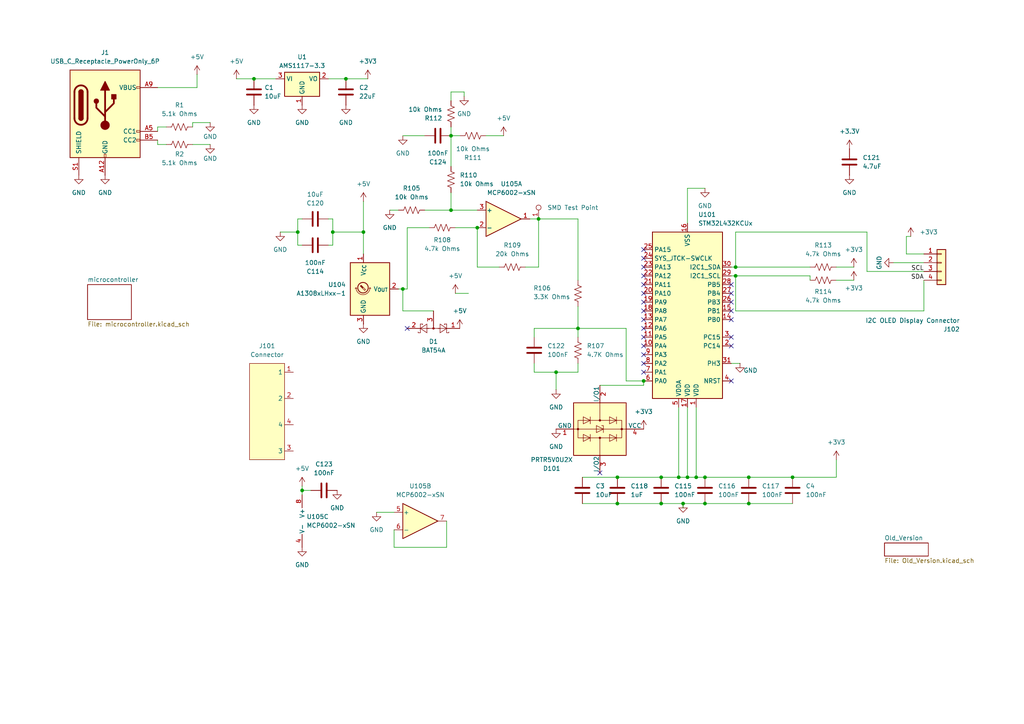
<source format=kicad_sch>
(kicad_sch (version 20250114) (generator "eeschema") (generator_version "9.0")
  (paper "A4")
  (lib_symbols
    (symbol "Amplifier_Operational:MCP6002-xSN" (pin_names (offset 0.127))
      (property "Reference" "U" (at 0 5.08 0))
      (property "Value" "MCP6002-xSN" (at 0 -5.08 0))
      (symbol "MCP6002-xSN_1_1"
        (polyline (pts (xy -5.08 5.08) (xy 5.08 0) (xy -5.08 -5.08) (xy -5.08 5.08)) (stroke (width 0.254)) (fill (type background)))
        (pin input line (at -7.62 2.54 0) (length 2.54) (name "+") (number "3"))
        (pin input line (at -7.62 -2.54 0) (length 2.54) (name "-") (number "2"))
        (pin output line (at 7.62 0 180) (length 2.54) (name "~") (number "1"))
      )
      (symbol "MCP6002-xSN_2_1"
        (polyline (pts (xy -5.08 5.08) (xy 5.08 0) (xy -5.08 -5.08) (xy -5.08 5.08)) (stroke (width 0.254)) (fill (type background)))
        (pin input line (at -7.62 2.54 0) (length 2.54) (name "+") (number "5"))
        (pin input line (at -7.62 -2.54 0) (length 2.54) (name "-") (number "6"))
        (pin output line (at 7.62 0 180) (length 2.54) (name "~") (number "7"))
      )
      (symbol "MCP6002-xSN_3_1"
        (pin power_in line (at -2.54 7.62 270) (length 3.81) (name "V+") (number "8"))
        (pin power_in line (at -2.54 -7.62 90) (length 3.81) (name "V-") (number "4"))
      )
    )
    (symbol "Connector:USB_C_Receptacle_PowerOnly_6P" (pin_names (offset 1.016))
      (property "Reference" "J" (at 0 16.51 0))
      (property "Value" "USB_C_Receptacle_PowerOnly_6P" (at 0 13.97 0))
      (symbol "USB_C_Receptacle_PowerOnly_6P_0_0"
        (rectangle (start -0.254 -12.7) (end 0.254 -11.684))
        (rectangle (start 10.16 7.874) (end 9.144 7.366))
        (rectangle (start 10.16 -4.826) (end 9.144 -5.334))
        (rectangle (start 10.16 -7.366) (end 9.144 -7.874))
      )
      (symbol "USB_C_Receptacle_PowerOnly_6P_0_1"
        (rectangle (start -10.16 12.7) (end 10.16 -12.7) (stroke (width 0.254)) (fill (type background)))
        (polyline (pts (xy -8.89 -1.27) (xy -8.89 6.35)) (stroke (width 0.508)))
        (rectangle (start -7.62 -1.27) (end -6.35 6.35) (stroke (width 0.254)) (fill (type outline)))
        (arc (start -7.62 6.35) (mid -6.985 6.9823) (end -6.35 6.35) (stroke (width 0.254)))
        (arc (start -7.62 6.35) (mid -6.985 6.9823) (end -6.35 6.35) (stroke (width 0.254)) (fill (type outline)))
        (arc (start -8.89 6.35) (mid -6.985 8.2467) (end -5.08 6.35) (stroke (width 0.508)))
        (arc (start -5.08 -1.27) (mid -6.985 -3.1667) (end -8.89 -1.27) (stroke (width 0.508)))
        (arc (start -6.35 -1.27) (mid -6.985 -1.9023) (end -7.62 -1.27) (stroke (width 0.254)))
        (arc (start -6.35 -1.27) (mid -6.985 -1.9023) (end -7.62 -1.27) (stroke (width 0.254)) (fill (type outline)))
        (polyline (pts (xy -5.08 6.35) (xy -5.08 -1.27)) (stroke (width 0.508)))
        (circle (center -2.54 3.683) (radius 0.635) (stroke (width 0.254)) (fill (type outline)))
        (polyline (pts (xy -1.27 6.858) (xy 0 9.398) (xy 1.27 6.858) (xy -1.27 6.858)) (stroke (width 0.254)) (fill (type outline)))
        (polyline (pts (xy 0 0.508) (xy 2.54 3.048) (xy 2.54 4.318)) (stroke (width 0.508)))
        (polyline (pts (xy 0 -0.762) (xy -2.54 1.778) (xy -2.54 3.048)) (stroke (width 0.508)))
        (polyline (pts (xy 0 -3.302) (xy 0 6.858)) (stroke (width 0.508)))
        (circle (center 0 -3.302) (radius 1.27) (fill (type outline)))
        (rectangle (start 1.905 4.318) (end 3.175 5.588) (stroke (width 0.254)) (fill (type outline)))
      )
      (symbol "USB_C_Receptacle_PowerOnly_6P_1_1"
        (pin passive line (at -7.62 -17.78 90) (length 5.08) (name "SHIELD") (number "S1"))
        (pin passive line (at 0 -17.78 90) (length 5.08) (name "GND") (number "A12"))
        (pin passive line (at 0 -17.78 90) (length 5.08) (hide yes) (name "GND") (number "B12"))
        (pin passive line (at 15.24 7.62 180) (length 5.08) (name "VBUS") (number "A9"))
        (pin passive line (at 15.24 7.62 180) (length 5.08) (hide yes) (name "VBUS") (number "B9"))
        (pin bidirectional line (at 15.24 -5.08 180) (length 5.08) (name "CC1") (number "A5"))
        (pin bidirectional line (at 15.24 -7.62 180) (length 5.08) (name "CC2") (number "B5"))
      )
    )
    (symbol "Connector_Generic:Conn_01x04" (pin_names (offset 1.016) (hide yes))
      (property "Reference" "J" (at 0 5.08 0))
      (property "Value" "Conn_01x04" (at 0 -7.62 0))
      (symbol "Conn_01x04_1_1"
        (rectangle (start -1.27 3.81) (end 1.27 -6.35) (stroke (width 0.254)) (fill (type background)))
        (rectangle (start -1.27 2.667) (end 0 2.413) (stroke (width 0.1524)))
        (rectangle (start -1.27 0.127) (end 0 -0.127) (stroke (width 0.1524)))
        (rectangle (start -1.27 -2.413) (end 0 -2.667) (stroke (width 0.1524)))
        (rectangle (start -1.27 -4.953) (end 0 -5.207) (stroke (width 0.1524)))
        (pin passive line (at -5.08 2.54 0) (length 3.81) (name "Pin_1") (number "1"))
        (pin passive line (at -5.08 0 0) (length 3.81) (name "Pin_2") (number "2"))
        (pin passive line (at -5.08 -2.54 0) (length 3.81) (name "Pin_3") (number "3"))
        (pin passive line (at -5.08 -5.08 0) (length 3.81) (name "Pin_4") (number "4"))
      )
    )
    (symbol "Device:C" (pin_numbers (hide yes)) (pin_names (offset 0.254))
      (property "Reference" "C" (at 0.635 2.54 0))
      (property "Value" "C" (at 0.635 -2.54 0))
      (symbol "C_0_1"
        (polyline (pts (xy -2.032 0.762) (xy 2.032 0.762)) (stroke (width 0.508)))
        (polyline (pts (xy -2.032 -0.762) (xy 2.032 -0.762)) (stroke (width 0.508)))
      )
      (symbol "C_1_1"
        (pin passive line (at 0 3.81 270) (length 2.794) (name "~") (number "1"))
        (pin passive line (at 0 -3.81 90) (length 2.794) (name "~") (number "2"))
      )
    )
    (symbol "Device:R_US" (pin_numbers (hide yes)) (pin_names (offset 0))
      (property "Reference" "R" (at 2.54 0 90))
      (property "Value" "R_US" (at -2.54 0 90))
      (symbol "R_US_0_1"
        (polyline (pts (xy 0 2.286) (xy 0 2.54)))
        (polyline (pts (xy 0 2.286) (xy 1.016 1.905) (xy 0 1.524) (xy -1.016 1.143) (xy 0 0.762)))
        (polyline (pts (xy 0 0.762) (xy 1.016 0.381) (xy 0 0) (xy -1.016 -0.381) (xy 0 -0.762)))
        (polyline (pts (xy 0 -0.762) (xy 1.016 -1.143) (xy 0 -1.524) (xy -1.016 -1.905) (xy 0 -2.286)))
        (polyline (pts (xy 0 -2.286) (xy 0 -2.54)))
      )
      (symbol "R_US_1_1"
        (pin passive line (at 0 3.81 270) (length 1.27) (name "~") (number "1"))
        (pin passive line (at 0 -3.81 90) (length 1.27) (name "~") (number "2"))
      )
    )
    (symbol "Diode:BAT54A" (pin_names (offset 1.016))
      (property "Reference" "D" (at 0.635 -3.81 0))
      (property "Value" "BAT54A" (at -6.35 3.175 0))
      (symbol "BAT54A_0_1"
        (polyline (pts (xy -4.445 1.27) (xy -4.445 1.016)))
        (polyline (pts (xy -3.81 1.27) (xy -4.445 1.27)))
        (polyline (pts (xy -3.81 0) (xy -1.27 0)))
        (polyline (pts (xy -3.81 -1.27) (xy -3.81 1.27)))
        (polyline (pts (xy -3.81 -1.27) (xy -3.175 -1.27)))
        (polyline (pts (xy -3.175 -1.27) (xy -3.175 -1.016)))
        (polyline (pts (xy -1.905 1.27) (xy -1.905 -1.27) (xy -3.81 0) (xy -1.905 1.27)))
        (polyline (pts (xy -1.905 0) (xy 1.905 0)))
        (circle (center 0 0) (radius 0.254) (fill (type outline)))
        (polyline (pts (xy 1.27 0) (xy 3.81 0)))
        (polyline (pts (xy 1.905 1.27) (xy 1.905 -1.27) (xy 3.81 0) (xy 1.905 1.27)))
        (polyline (pts (xy 3.175 -1.27) (xy 3.175 -1.016)))
        (polyline (pts (xy 3.81 1.27) (xy 4.445 1.27)))
        (polyline (pts (xy 3.81 -1.27) (xy 3.175 -1.27)))
        (polyline (pts (xy 3.81 -1.27) (xy 3.81 1.27)))
        (polyline (pts (xy 4.445 1.27) (xy 4.445 1.016)))
      )
      (symbol "BAT54A_1_1"
        (pin passive line (at -7.62 0 0) (length 3.81) (name "~") (number "1"))
        (pin passive line (at 0 -5.08 90) (length 5.08) (name "~") (number "3"))
        (pin passive line (at 7.62 0 180) (length 3.81) (name "~") (number "2"))
      )
    )
    (symbol "MCU_ST_STM32L4:STM32L432KCUx"
      (property "Reference" "U" (at -10.16 26.67 0))
      (property "Value" "STM32L432KCUx" (at 5.08 26.67 0))
      (symbol "STM32L432KCUx_0_1"
        (rectangle (start -10.16 -22.86) (end 10.16 25.4) (stroke (width 0.254)) (fill (type background)))
      )
      (symbol "STM32L432KCUx_1_1"
        (pin input line (at -12.7 20.32 0) (length 2.54) (name "NRST") (number "4"))
        (pin bidirectional line (at -12.7 15.24 0) (length 2.54) (name "PH3") (number "31"))
        (pin bidirectional line (at -12.7 10.16 0) (length 2.54) (name "PC14") (number "2"))
        (pin bidirectional line (at -12.7 7.62 0) (length 2.54) (name "PC15") (number "3"))
        (pin bidirectional line (at -12.7 2.54 0) (length 2.54) (name "PB0") (number "14"))
        (pin bidirectional line (at -12.7 0 0) (length 2.54) (name "PB1") (number "15"))
        (pin bidirectional line (at -12.7 -2.54 0) (length 2.54) (name "PB3") (number "26"))
        (pin bidirectional line (at -12.7 -5.08 0) (length 2.54) (name "PB4") (number "27"))
        (pin bidirectional line (at -12.7 -7.62 0) (length 2.54) (name "PB5") (number "28"))
        (pin bidirectional line (at -12.7 -10.16 0) (length 2.54) (name "PB6") (number "29") (alternate "I2C1_SCL" bidirectional line))
        (pin bidirectional line (at -12.7 -12.7 0) (length 2.54) (name "PB7") (number "30") (alternate "I2C1_SDA" bidirectional line))
        (pin power_in line (at -2.54 27.94 270) (length 2.54) (name "VDD") (number "1"))
        (pin power_in line (at 0 27.94 270) (length 2.54) (name "VDD") (number "17"))
        (pin power_in line (at 0 -25.4 90) (length 2.54) (name "VSS") (number "16"))
        (pin passive line (at 0 -25.4 90) (length 2.54) (hide yes) (name "VSS") (number "32"))
        (pin passive line (at 0 -25.4 90) (length 2.54) (hide yes) (name "VSS") (number "33"))
        (pin power_in line (at 2.54 27.94 270) (length 2.54) (name "VDDA") (number "5"))
        (pin bidirectional line (at 12.7 20.32 180) (length 2.54) (name "PA0") (number "6"))
        (pin bidirectional line (at 12.7 17.78 180) (length 2.54) (name "PA1") (number "7"))
        (pin bidirectional line (at 12.7 15.24 180) (length 2.54) (name "PA2") (number "8"))
        (pin bidirectional line (at 12.7 12.7 180) (length 2.54) (name "PA3") (number "9"))
        (pin bidirectional line (at 12.7 10.16 180) (length 2.54) (name "PA4") (number "10"))
        (pin bidirectional line (at 12.7 7.62 180) (length 2.54) (name "PA5") (number "11"))
        (pin bidirectional line (at 12.7 5.08 180) (length 2.54) (name "PA6") (number "12"))
        (pin bidirectional line (at 12.7 2.54 180) (length 2.54) (name "PA7") (number "13"))
        (pin bidirectional line (at 12.7 0 180) (length 2.54) (name "PA8") (number "18"))
        (pin bidirectional line (at 12.7 -2.54 180) (length 2.54) (name "PA9") (number "19") (alternate "I2C1_SCL" bidirectional line))
        (pin bidirectional line (at 12.7 -5.08 180) (length 2.54) (name "PA10") (number "20") (alternate "I2C1_SDA" bidirectional line))
        (pin bidirectional line (at 12.7 -7.62 180) (length 2.54) (name "PA11") (number "21"))
        (pin bidirectional line (at 12.7 -10.16 180) (length 2.54) (name "PA12") (number "22"))
        (pin bidirectional line (at 12.7 -12.7 180) (length 2.54) (name "PA13") (number "23"))
        (pin bidirectional line (at 12.7 -15.24 180) (length 2.54) (name "PA14") (number "24") (alternate "SYS_JTCK-SWCLK" bidirectional line))
        (pin bidirectional line (at 12.7 -17.78 180) (length 2.54) (name "PA15") (number "25"))
      )
    )
    (symbol "Power_Protection:PRTR5V0U2X" (pin_names (offset 0))
      (property "Reference" "D" (at 2.794 8.636 0))
      (property "Value" "PRTR5V0U2X" (at 8.128 -9.398 0))
      (symbol "PRTR5V0U2X_0_1"
        (rectangle (start -7.62 -7.62) (end 7.62 7.62) (stroke (width 0.254)) (fill (type background)))
        (polyline (pts (xy -3.556 2.794) (xy -1.524 2.794) (xy -2.54 4.826) (xy -3.556 2.794)))
        (polyline (pts (xy -3.556 -4.826) (xy -1.524 -4.826) (xy -2.54 -2.794) (xy -3.556 -4.826)))
        (rectangle (start -2.54 6.35) (end 2.54 -6.35))
        (circle (center -2.54 0) (radius 0.254) (fill (type outline)))
        (polyline (pts (xy -2.54 0) (xy -7.62 0)))
        (polyline (pts (xy -1.524 4.826) (xy -3.556 4.826)))
        (polyline (pts (xy -1.524 -2.794) (xy -3.556 -2.794)))
        (polyline (pts (xy -1.016 -1.016) (xy 1.016 -1.016) (xy 0 1.016) (xy -1.016 -1.016)))
        (circle (center 0 6.35) (radius 0.254) (fill (type outline)))
        (circle (center 0 -6.35) (radius 0.254) (fill (type outline)))
        (polyline (pts (xy 0 -7.62) (xy 0 7.62)))
        (polyline (pts (xy 1.016 1.016) (xy -1.016 1.016) (xy -1.016 0.508)))
        (polyline (pts (xy 1.524 4.826) (xy 3.556 4.826)))
        (polyline (pts (xy 1.524 -2.794) (xy 3.556 -2.794)))
        (polyline (pts (xy 2.54 0) (xy 7.62 0)))
        (circle (center 2.54 0) (radius 0.254) (fill (type outline)))
        (polyline (pts (xy 3.556 2.794) (xy 1.524 2.794) (xy 2.54 4.826) (xy 3.556 2.794)))
        (polyline (pts (xy 3.556 -4.826) (xy 1.524 -4.826) (xy 2.54 -2.794) (xy 3.556 -4.826)))
      )
      (symbol "PRTR5V0U2X_1_1"
        (pin passive line (at -12.7 0 0) (length 5.08) (name "I/O1") (number "2"))
        (pin passive line (at 0 12.7 270) (length 5.08) (name "VCC") (number "4"))
        (pin passive line (at 0 -12.7 90) (length 5.08) (name "GND") (number "1"))
        (pin passive line (at 12.7 0 180) (length 5.08) (name "I/O2") (number "3"))
      )
    )
    (symbol "Regulator_Linear:AMS1117-3.3"
      (property "Reference" "U" (at -3.81 3.175 0))
      (property "Value" "AMS1117-3.3" (at 0 3.175 0))
      (symbol "AMS1117-3.3_0_1"
        (rectangle (start -5.08 -5.08) (end 5.08 1.905) (stroke (width 0.254)) (fill (type background)))
      )
      (symbol "AMS1117-3.3_1_1"
        (pin power_in line (at -7.62 0 0) (length 2.54) (name "VI") (number "3"))
        (pin power_in line (at 0 -7.62 90) (length 2.54) (name "GND") (number "1"))
        (pin power_out line (at 7.62 0 180) (length 2.54) (name "VO") (number "2"))
      )
    )
    (symbol "Sensor_Magnetic:A1308xLHxx-1"
      (property "Reference" "U" (at 0 11.43 0))
      (property "Value" "A1308xLHxx-1" (at 0 8.89 0))
      (symbol "A1308xLHxx-1_0_1"
        (rectangle (start -6.35 7.62) (end 5.08 -7.62) (stroke (width 0.254)) (fill (type background)))
        (polyline (pts (xy -4.699 0.381) (xy -4.953 0.127)))
        (polyline (pts (xy -4.699 0.381) (xy -4.445 0.127)))
        (polyline (pts (xy -3.4544 0.8382) (xy -2.8702 0.254) (xy -2.6162 0.508) (xy -3.2004 1.0922) (xy -3.4544 0.8382)) (fill (type outline)))
        (arc (start -0.635 0.381) (mid -2.667 -1.651) (end -4.699 0.381))
        (polyline (pts (xy -0.635 0.381) (xy -0.889 0.127)))
        (polyline (pts (xy -0.635 0.381) (xy -0.381 0.127)))
      )
      (symbol "A1308xLHxx-1_1_1"
        (circle (center -2.667 0.381) (radius 1.524) (stroke (width 0.254)))
        (polyline (pts (xy -2.6162 0.508) (xy -1.9304 -0.1778) (xy -2.1844 -0.4318) (xy -2.8702 0.254)))
        (pin power_in line (at -2.54 10.16 270) (length 2.54) (name "V_{CC}") (number "1"))
        (pin power_in line (at -2.54 -10.16 90) (length 2.54) (name "GND") (number "3"))
        (pin output line (at 7.62 0 180) (length 2.54) (name "V_{OUT}") (number "2"))
      )
    )
    (symbol "bfr_connectors:DAQ_Connector"
      (property "Reference" "J" (at 0 17.78 0))
      (property "Value" "Connector" (at 0 15.24 0))
      (symbol "DAQ_Connector_1_1"
        (rectangle (start -5.08 13.97) (end 5.08 -13.97) (fill (type background)))
        (pin passive line (at 7.62 11.43 180) (length 2.54) (name "1") (number "1"))
        (pin passive line (at 7.62 3.81 180) (length 2.54) (name "2") (number "2"))
        (pin passive line (at 7.62 -3.81 180) (length 2.54) (name "4") (number "4"))
        (pin passive line (at 7.62 -11.43 180) (length 2.54) (name "3") (number "3"))
      )
    )
    (symbol "bfr_utilities:SMD_Test_Point"
      (property "Value" "SMD Test Point" (at 0.508 2.54 0))
      (symbol "SMD_Test_Point_0_1"
        (circle (center 0 0.762) (radius 0.7184))
      )
      (symbol "SMD_Test_Point_1_1"
        (pin passive line (at 0 -2.54 90) (length 2.54) (name "") (number "1"))
      )
    )
    (symbol "power:+3.3V" (power) (pin_numbers (hide yes)) (pin_names (offset 0) (hide yes))
      (property "Value" "+3.3V" (at 0 3.556 0))
      (symbol "+3.3V_0_1"
        (polyline (pts (xy -0.762 1.27) (xy 0 2.54)))
        (polyline (pts (xy 0 2.54) (xy 0.762 1.27)))
        (polyline (pts (xy 0 0) (xy 0 2.54)))
      )
      (symbol "+3.3V_1_1"
        (pin power_in line (at 0 0 90) (length 0) (name "~") (number "1"))
      )
    )
    (symbol "power:+3V3" (power) (pin_numbers (hide yes)) (pin_names (offset 0) (hide yes))
      (property "Value" "+3V3" (at 0 3.556 0))
      (symbol "+3V3_0_1"
        (polyline (pts (xy -0.762 1.27) (xy 0 2.54)))
        (polyline (pts (xy 0 2.54) (xy 0.762 1.27)))
        (polyline (pts (xy 0 0) (xy 0 2.54)))
      )
      (symbol "+3V3_1_1"
        (pin power_in line (at 0 0 90) (length 0) (name "~") (number "1"))
      )
    )
    (symbol "power:+5V" (power) (pin_numbers (hide yes)) (pin_names (offset 0) (hide yes))
      (property "Value" "+5V" (at 0 3.556 0))
      (symbol "+5V_0_1"
        (polyline (pts (xy -0.762 1.27) (xy 0 2.54)))
        (polyline (pts (xy 0 2.54) (xy 0.762 1.27)))
        (polyline (pts (xy 0 0) (xy 0 2.54)))
      )
      (symbol "+5V_1_1"
        (pin power_in line (at 0 0 90) (length 0) (name "~") (number "1"))
      )
    )
    (symbol "power:GND" (power) (pin_numbers (hide yes)) (pin_names (offset 0) (hide yes))
      (property "Value" "GND" (at 0 -3.81 0))
      (symbol "GND_0_1"
        (polyline (pts (xy 0 0) (xy 0 -1.27) (xy 1.27 -1.27) (xy 0 -2.54) (xy -1.27 -1.27) (xy 0 -1.27)))
      )
      (symbol "GND_1_1"
        (pin power_in line (at 0 0 270) (length 0) (name "~") (number "1"))
      )
    )
  )
  (junction (at 217.17 146.05))
  (junction (at 161.29 107.95))
  (junction (at 86.36 67.31))
  (junction (at 213.36 80.01))
  (junction (at 191.77 146.05))
  (junction (at 73.66 22.86))
  (junction (at 96.52 67.31))
  (junction (at 201.93 138.43))
  (junction (at 130.81 60.96))
  (junction (at 196.85 138.43))
  (junction (at 105.41 67.31))
  (junction (at 191.77 138.43))
  (junction (at 198.12 146.05))
  (junction (at 204.47 138.43))
  (junction (at 116.84 83.82))
  (junction (at 229.87 138.43))
  (junction (at 213.36 77.47))
  (junction (at 186.69 110.49))
  (junction (at 217.17 138.43))
  (junction (at 156.21 63.5))
  (junction (at 204.47 146.05))
  (junction (at 199.39 138.43))
  (junction (at 130.81 39.37))
  (junction (at 87.63 142.24))
  (junction (at 138.43 66.04))
  (junction (at 179.07 138.43))
  (junction (at 100.33 22.86))
  (junction (at 179.07 146.05))
  (junction (at 167.64 95.25))
  (no_connect (at 186.69 90.17))
  (no_connect (at 186.69 80.01))
  (no_connect (at 212.09 90.17))
  (no_connect (at 212.09 100.33))
  (no_connect (at 186.69 82.55))
  (no_connect (at 173.99 137.16))
  (no_connect (at 186.69 97.79))
  (no_connect (at 186.69 87.63))
  (no_connect (at 186.69 77.47))
  (no_connect (at 186.69 85.09))
  (no_connect (at 186.69 107.95))
  (no_connect (at 186.69 100.33))
  (no_connect (at 186.69 74.93))
  (no_connect (at 186.69 105.41))
  (no_connect (at 186.69 102.87))
  (no_connect (at 212.09 97.79))
  (no_connect (at 212.09 110.49))
  (no_connect (at 118.11 95.25))
  (no_connect (at 212.09 87.63))
  (no_connect (at 186.69 95.25))
  (no_connect (at 186.69 92.71))
  (no_connect (at 212.09 92.71))
  (no_connect (at 212.09 82.55))
  (no_connect (at 186.69 72.39))
  (no_connect (at 212.09 85.09))
  (wire (pts (xy 217.17 146.05) (xy 229.87 146.05)))
  (wire (pts (xy 173.99 111.76) (xy 186.69 111.76)))
  (wire (pts (xy 123.19 39.37) (xy 116.84 39.37)))
  (wire (pts (xy 156.21 63.5) (xy 167.64 63.5)))
  (wire (pts (xy 130.81 55.88) (xy 130.81 60.96)))
  (wire (pts (xy 262.89 68.58) (xy 264.16 68.58)))
  (wire (pts (xy 118.11 83.82) (xy 118.11 66.04)))
  (wire (pts (xy 167.64 88.9) (xy 167.64 95.25)))
  (wire (pts (xy 96.52 63.5) (xy 95.25 63.5)))
  (wire (pts (xy 161.29 107.95) (xy 161.29 113.03)))
  (wire (pts (xy 154.94 107.95) (xy 161.29 107.95)))
  (wire (pts (xy 251.46 78.74) (xy 267.97 78.74)))
  (wire (pts (xy 153.67 63.5) (xy 156.21 63.5)))
  (wire (pts (xy 105.41 67.31) (xy 105.41 73.66)))
  (wire (pts (xy 181.61 110.49) (xy 186.69 110.49)))
  (wire (pts (xy 262.89 68.58) (xy 262.89 73.66)))
  (wire (pts (xy 251.46 67.31) (xy 251.46 78.74)))
  (wire (pts (xy 87.63 142.24) (xy 90.17 142.24)))
  (wire (pts (xy 138.43 77.47) (xy 144.78 77.47)))
  (wire (pts (xy 45.72 36.83) (xy 48.26 36.83)))
  (wire (pts (xy 138.43 66.04) (xy 138.43 77.47)))
  (wire (pts (xy 123.19 60.96) (xy 130.81 60.96)))
  (wire (pts (xy 45.72 41.91) (xy 48.26 41.91)))
  (wire (pts (xy 199.39 54.61) (xy 204.47 54.61)))
  (wire (pts (xy 156.21 77.47) (xy 156.21 63.5)))
  (wire (pts (xy 114.3 158.75) (xy 129.54 158.75)))
  (wire (pts (xy 73.66 22.86) (xy 80.01 22.86)))
  (wire (pts (xy 86.36 63.5) (xy 86.36 67.31)))
  (wire (pts (xy 198.12 146.05) (xy 204.47 146.05)))
  (wire (pts (xy 129.54 158.75) (xy 129.54 151.13)))
  (wire (pts (xy 213.36 80.01) (xy 213.36 90.17)))
  (wire (pts (xy 96.52 67.31) (xy 96.52 71.12)))
  (wire (pts (xy 134.62 26.67) (xy 130.81 26.67)))
  (wire (pts (xy 105.41 58.42) (xy 105.41 67.31)))
  (wire (pts (xy 116.84 83.82) (xy 118.11 83.82)))
  (wire (pts (xy 115.57 83.82) (xy 116.84 83.82)))
  (wire (pts (xy 179.07 146.05) (xy 191.77 146.05)))
  (wire (pts (xy 167.64 95.25) (xy 181.61 95.25)))
  (wire (pts (xy 81.28 67.31) (xy 86.36 67.31)))
  (wire (pts (xy 152.4 77.47) (xy 156.21 77.47)))
  (wire (pts (xy 181.61 95.25) (xy 181.61 110.49)))
  (wire (pts (xy 130.81 26.67) (xy 130.81 29.21)))
  (wire (pts (xy 242.57 138.43) (xy 242.57 133.35)))
  (wire (pts (xy 191.77 138.43) (xy 179.07 138.43)))
  (wire (pts (xy 154.94 95.25) (xy 154.94 97.79)))
  (wire (pts (xy 118.11 66.04) (xy 124.46 66.04)))
  (wire (pts (xy 130.81 36.83) (xy 130.81 39.37)))
  (wire (pts (xy 167.64 63.5) (xy 167.64 81.28)))
  (wire (pts (xy 87.63 63.5) (xy 86.36 63.5)))
  (wire (pts (xy 154.94 107.95) (xy 154.94 105.41)))
  (wire (pts (xy 130.81 39.37) (xy 130.81 48.26)))
  (wire (pts (xy 161.29 107.95) (xy 167.64 107.95)))
  (wire (pts (xy 57.15 25.4) (xy 45.72 25.4)))
  (wire (pts (xy 213.36 67.31) (xy 213.36 77.47)))
  (wire (pts (xy 45.72 38.1) (xy 45.72 36.83)))
  (wire (pts (xy 96.52 63.5) (xy 96.52 67.31)))
  (wire (pts (xy 167.64 97.79) (xy 167.64 95.25)))
  (wire (pts (xy 146.05 39.37) (xy 140.97 39.37)))
  (wire (pts (xy 130.81 60.96) (xy 138.43 60.96)))
  (wire (pts (xy 199.39 64.77) (xy 199.39 54.61)))
  (wire (pts (xy 87.63 142.24) (xy 87.63 143.51)))
  (wire (pts (xy 55.88 41.91) (xy 60.96 41.91)))
  (wire (pts (xy 251.46 67.31) (xy 213.36 67.31)))
  (wire (pts (xy 134.62 27.94) (xy 134.62 26.67)))
  (wire (pts (xy 204.47 146.05) (xy 217.17 146.05)))
  (wire (pts (xy 86.36 71.12) (xy 87.63 71.12)))
  (wire (pts (xy 186.69 111.76) (xy 186.69 110.49)))
  (wire (pts (xy 168.91 138.43) (xy 179.07 138.43)))
  (wire (pts (xy 135.89 85.09) (xy 132.08 85.09)))
  (wire (pts (xy 167.64 107.95) (xy 167.64 105.41)))
  (wire (pts (xy 154.94 95.25) (xy 167.64 95.25)))
  (wire (pts (xy 96.52 71.12) (xy 95.25 71.12)))
  (wire (pts (xy 100.33 22.86) (xy 106.68 22.86)))
  (wire (pts (xy 213.36 77.47) (xy 234.95 77.47)))
  (wire (pts (xy 113.03 60.96) (xy 115.57 60.96)))
  (wire (pts (xy 68.58 22.86) (xy 73.66 22.86)))
  (wire (pts (xy 87.63 140.97) (xy 87.63 142.24)))
  (wire (pts (xy 57.15 21.59) (xy 57.15 25.4)))
  (wire (pts (xy 95.25 22.86) (xy 100.33 22.86)))
  (wire (pts (xy 86.36 67.31) (xy 86.36 71.12)))
  (wire (pts (xy 217.17 138.43) (xy 229.87 138.43)))
  (wire (pts (xy 132.08 66.04) (xy 138.43 66.04)))
  (wire (pts (xy 259.08 76.2) (xy 267.97 76.2)))
  (wire (pts (xy 168.91 146.05) (xy 179.07 146.05)))
  (wire (pts (xy 55.88 35.56) (xy 60.96 35.56)))
  (wire (pts (xy 191.77 146.05) (xy 198.12 146.05)))
  (wire (pts (xy 45.72 40.64) (xy 45.72 41.91)))
  (wire (pts (xy 55.88 36.83) (xy 55.88 35.56)))
  (wire (pts (xy 199.39 138.43) (xy 201.93 138.43)))
  (wire (pts (xy 212.09 105.41) (xy 214.63 105.41)))
  (wire (pts (xy 204.47 138.43) (xy 217.17 138.43)))
  (wire (pts (xy 199.39 118.11) (xy 199.39 138.43)))
  (wire (pts (xy 96.52 67.31) (xy 105.41 67.31)))
  (wire (pts (xy 262.89 73.66) (xy 267.97 73.66)))
  (wire (pts (xy 242.57 77.47) (xy 247.65 77.47)))
  (wire (pts (xy 116.84 90.17) (xy 125.73 90.17)))
  (wire (pts (xy 213.36 80.01) (xy 234.95 80.01)))
  (wire (pts (xy 109.22 148.59) (xy 114.3 148.59)))
  (wire (pts (xy 242.57 81.28) (xy 247.65 81.28)))
  (wire (pts (xy 114.3 153.67) (xy 114.3 158.75)))
  (wire (pts (xy 201.93 138.43) (xy 204.47 138.43)))
  (wire (pts (xy 229.87 138.43) (xy 242.57 138.43)))
  (wire (pts (xy 116.84 83.82) (xy 116.84 90.17)))
  (wire (pts (xy 196.85 138.43) (xy 199.39 138.43)))
  (wire (pts (xy 267.97 81.28) (xy 267.97 90.17)))
  (wire (pts (xy 212.09 80.01) (xy 213.36 80.01)))
  (wire (pts (xy 213.36 90.17) (xy 267.97 90.17)))
  (wire (pts (xy 196.85 138.43) (xy 191.77 138.43)))
  (wire (pts (xy 196.85 118.11) (xy 196.85 138.43)))
  (wire (pts (xy 212.09 77.47) (xy 213.36 77.47)))
  (wire (pts (xy 130.81 39.37) (xy 133.35 39.37)))
  (wire (pts (xy 198.12 147.32) (xy 198.12 146.05)))
  (wire (pts (xy 234.95 80.01) (xy 234.95 81.28)))
  (wire (pts (xy 201.93 118.11) (xy 201.93 138.43)))
  (label "SDA" (at 267.97 81.28 180))
  (label "SCL" (at 267.97 78.74 180))
  (symbol (lib_id "power:+5V") (at 132.08 85.09 0) (unit 1)
    (property "Reference" "#PWR0125" (effects (hide yes)))
    (property "Value" "+5V" (at 132.08 80.01 0))
    (property "Description" "Power symbol creates a global label with name \"+5V\"" (effects (hide yes)))
  )
  (symbol (lib_id "power:GND") (at 81.28 67.31 0) (unit 1)
    (property "Reference" "#PWR0119" (effects (hide yes)))
    (property "Value" "GND" (at 81.28 72.39 0))
    (property "Description" "Power symbol creates a global label with name \"GND\" , ground" (effects (hide yes)))
  )
  (symbol (lib_id "Device:C") (at 168.91 142.24 0) (unit 1)
    (property "Reference" "C3" (at 172.72 140.9699 0) (effects (justify left)))
    (property "Value" "10uF" (at 172.72 143.5099 0) (effects (justify left)))
    (property "Description" "Unpolarized capacitor" (effects (hide yes)))
  )
  (symbol (lib_id "Diode:BAT54A") (at 125.73 95.25 180) (unit 1)
    (property "Reference" "D1" (at 125.73 99.06 0))
    (property "Value" "BAT54A" (at 125.73 101.6 0))
    (property "Footprint" "Package_TO_SOT_SMD:SOT-23" (effects (hide yes)))
    (property "Datasheet" "http://www.diodes.com/_files/datasheets/ds11005.pdf" (effects (hide yes)))
    (property "Description" "schottky barrier diode" (effects (hide yes)))
  )
  (symbol (lib_id "Device:C") (at 93.98 142.24 90) (unit 1)
    (property "Reference" "C123" (at 93.98 134.62 90))
    (property "Value" "100nF" (at 93.98 137.16 90))
    (property "Description" "Unpolarized capacitor" (effects (hide yes)))
  )
  (symbol (lib_id "Device:R_US") (at 130.81 52.07 0) (unit 1)
    (property "Reference" "R110" (at 133.35 50.7999 0) (effects (justify left)))
    (property "Value" "10k Ohms" (at 133.35 53.3399 0) (effects (justify left)))
    (property "Description" "Resistor, US symbol" (effects (hide yes)))
  )
  (symbol (lib_id "power:GND") (at 30.48 50.8 0) (unit 1)
    (property "Reference" "#PWR01" (effects (hide yes)))
    (property "Value" "GND" (at 30.48 55.88 0))
    (property "Description" "Power symbol creates a global label with name \"GND\" , ground" (effects (hide yes)))
  )
  (symbol (lib_id "power:+5V") (at 57.15 21.59 0) (unit 1)
    (property "Reference" "#PWR05" (effects (hide yes)))
    (property "Value" "+5V" (at 57.15 16.51 0))
    (property "Description" "Power symbol creates a global label with name \"+5V\"" (effects (hide yes)))
  )
  (symbol (lib_id "Power_Protection:PRTR5V0U2X") (at 173.99 124.46 270) (unit 1)
    (property "Reference" "D101" (at 160.02 135.89 90))
    (property "Value" "PRTR5V0U2X" (at 160.02 133.35 90))
    (property "Footprint" "Package_TO_SOT_SMD:SOT-143" (effects (hide yes)))
    (property "Datasheet" "https://assets.nexperia.com/documents/data-sheet/PRTR5V0U2X.pdf" (effects (hide yes)))
    (property "Description" "Ultra low capacitance double rail-to-rail ESD protection diode, SOT-143" (effects (hide yes)))
  )
  (symbol (lib_id "Regulator_Linear:AMS1117-3.3") (at 87.63 22.86 0) (unit 1)
    (property "Reference" "U1" (at 87.63 16.51 0))
    (property "Value" "AMS1117-3.3" (at 87.63 19.05 0))
    (property "Footprint" "Package_TO_SOT_SMD:SOT-223-3_TabPin2" (effects (hide yes)))
    (property "Datasheet" "https://datasheet.lcsc.com/lcsc/2110121330_YONGYUTAI-AMS1117-3-3_C2904742.pdf" (effects (hide yes)))
    (property "Description" "1A Low Dropout regulator, positive, 3.3V fixed output, SOT-223" (effects (hide yes)))
  )
  (symbol (lib_id "power:GND") (at 109.22 148.59 0) (unit 1)
    (property "Reference" "#PWR0131" (effects (hide yes)))
    (property "Value" "GND" (at 109.22 153.67 0))
    (property "Description" "Power symbol creates a global label with name \"GND\" , ground" (effects (hide yes)))
  )
  (symbol (lib_id "power:GND") (at 198.12 146.05 0) (unit 1)
    (property "Reference" "#PWR0113" (effects (hide yes)))
    (property "Value" "GND" (at 198.12 151.13 0))
    (property "Description" "Power symbol creates a global label with name \"GND\" , ground" (effects (hide yes)))
  )
  (symbol (lib_id "power:+5V") (at 68.58 22.86 0) (unit 1)
    (property "Reference" "#PWR06" (effects (hide yes)))
    (property "Value" "+5V" (at 68.58 17.78 0))
    (property "Description" "Power symbol creates a global label with name \"+5V\"" (effects (hide yes)))
  )
  (symbol (lib_id "Device:R_US") (at 52.07 41.91 90) (unit 1)
    (property "Reference" "R2" (at 52.07 44.704 90))
    (property "Value" "5.1k Ohms" (at 52.07 47.244 90))
    (property "Description" "Resistor, US symbol" (effects (hide yes)))
  )
  (symbol (lib_id "power:+3V3") (at 242.57 133.35 0) (unit 1)
    (property "Reference" "#PWR011" (effects (hide yes)))
    (property "Value" "+3V3" (at 242.57 128.27 0))
    (property "Description" "Power symbol creates a global label with name \"+3V3\"" (effects (hide yes)))
  )
  (symbol (lib_id "Device:C") (at 127 39.37 270) (unit 1)
    (property "Reference" "C124" (at 127 46.99 90))
    (property "Value" "100nF" (at 127 44.45 90))
    (property "Description" "Unpolarized capacitor" (effects (hide yes)))
  )
  (symbol (lib_id "power:GND") (at 100.33 30.48 0) (unit 1)
    (property "Reference" "#PWR08" (effects (hide yes)))
    (property "Value" "GND" (at 100.33 35.56 0))
    (property "Description" "Power symbol creates a global label with name \"GND\" , ground" (effects (hide yes)))
  )
  (symbol (lib_id "Device:R_US") (at 238.76 81.28 90) (unit 1)
    (property "Reference" "R114" (at 238.76 84.582 90))
    (property "Value" "4.7k Ohms" (at 238.76 87.122 90))
    (property "Description" "Resistor, US symbol" (effects (hide yes)))
  )
  (symbol (lib_id "Device:R_US") (at 167.64 101.6 0) (unit 1)
    (property "Reference" "R107" (at 170.18 100.3299 0) (effects (justify left)))
    (property "Value" "4.7K Ohms" (at 170.18 102.8699 0) (effects (justify left)))
    (property "Description" "Resistor, US symbol" (effects (hide yes)))
  )
  (symbol (lib_id "Device:C") (at 73.66 26.67 0) (unit 1)
    (property "Reference" "C1" (at 76.708 25.4 0) (effects (justify left)))
    (property "Value" "10uF" (at 76.708 27.94 0) (effects (justify left)))
    (property "Description" "Unpolarized capacitor" (effects (hide yes)))
  )
  (symbol (lib_id "power:GND") (at 214.63 105.41 0) (unit 1)
    (property "Reference" "#PWR0117" (effects (hide yes)))
    (property "Value" "GND" (at 217.678 107.442 0))
    (property "Description" "Power symbol creates a global label with name \"GND\" , ground" (effects (hide yes)))
  )
  (symbol (lib_id "power:GND") (at 134.62 27.94 0) (unit 1)
    (property "Reference" "#PWR0128" (effects (hide yes)))
    (property "Value" "GND" (at 134.62 33.02 0))
    (property "Description" "Power symbol creates a global label with name \"GND\" , ground" (effects (hide yes)))
  )
  (symbol (lib_id "power:GND") (at 116.84 39.37 0) (unit 1)
    (property "Reference" "#PWR0129" (effects (hide yes)))
    (property "Value" "GND" (at 116.84 44.45 0))
    (property "Description" "Power symbol creates a global label with name \"GND\" , ground" (effects (hide yes)))
  )
  (symbol (lib_id "power:GND") (at 161.29 113.03 0) (unit 1)
    (property "Reference" "#PWR0120" (effects (hide yes)))
    (property "Value" "GND" (at 161.29 118.11 0))
    (property "Description" "Power symbol creates a global label with name \"GND\" , ground" (effects (hide yes)))
  )
  (symbol (lib_id "Connector:USB_C_Receptacle_PowerOnly_6P") (at 30.48 33.02 0) (unit 1)
    (property "Reference" "J1" (at 30.48 15.24 0))
    (property "Value" "USB_C_Receptacle_PowerOnly_6P" (at 30.48 17.78 0))
    (property "Datasheet" "https://www.usb.org/sites/default/files/documents/usb_type-c.zip" (effects (hide yes)))
    (property "Description" "USB Power-Only 6P Type-C Receptacle connector" (effects (hide yes)))
  )
  (symbol (lib_id "Sensor_Magnetic:A1308xLHxx-1") (at 107.95 83.82 0) (unit 1)
    (property "Reference" "U104" (at 100.33 82.5499 0) (effects (justify right)))
    (property "Value" "A1308xLHxx-1" (at 100.33 85.0899 0) (effects (justify right)))
    (property "Footprint" "Package_TO_SOT_SMD:SOT-23W" (effects (hide yes)))
    (property "Datasheet" "https://www.allegromicro.com/~/media/files/datasheets/a1308-9-datasheet.ashx" (effects (hide yes)))
    (property "Description" "Linear Hall Effect Sensor ICs with Analog Output, 1.3 mV/G, 4.5-5.5V supply, SOT-23W" (effects (hide yes)))
  )
  (symbol (lib_id "Device:C") (at 229.87 142.24 0) (unit 1)
    (property "Reference" "C4" (at 233.68 140.9699 0) (effects (justify left)))
    (property "Value" "100nF" (at 233.68 143.5099 0) (effects (justify left)))
    (property "Description" "Unpolarized capacitor" (effects (hide yes)))
  )
  (symbol (lib_id "power:GND") (at 204.47 54.61 0) (unit 1)
    (property "Reference" "#PWR0114" (effects (hide yes)))
    (property "Value" "GND" (at 204.47 59.69 0))
    (property "Description" "Power symbol creates a global label with name \"GND\" , ground" (effects (hide yes)))
  )
  (symbol (lib_id "bfr_connectors:DAQ_Connector") (at 77.47 119.38 0) (unit 1)
    (property "Reference" "J101" (at 77.47 100.33 0))
    (property "Value" "Connector" (at 77.47 102.87 0))
    (property "Footprint" "Connector_Molex:Molex_Micro-Fit_3.0_43650-0400_1x04_P3.00mm_Horizontal" (effects (hide yes)))
    (property "Datasheet" "https://www.molex.com/en-us/products/part-detail-pdf/436500401?display=pdf" (effects (hide yes)))
    (property "Description" "DAQ Connector Microfit" (effects (hide yes)))
    (property "Manufacturer P/N" "0436500401" (effects (hide yes)))
    (property "Manufacturer" "Molex" (effects (hide yes)))
    (property "Digikey P/N" "WM1867-ND" (effects (hide yes)))
    (property "Mouser P/N" "538-43650-0401 " (effects (hide yes)))
    (property "JLC Basic?" "No" (effects (hide yes)))
    (property "Alternate 1" "Datasheet https://www.te.com/commerce/DocumentDelivery/DDEController?Action=srchrtrv&DocNm=2304165&DocType=Customer+Drawing&DocLang=English&DocFormat=pdf&PartCntxt=2339204-4 0 0 Center Center 0 0 " (effects (hide yes)))
  )
  (symbol (lib_id "Device:R_US") (at 238.76 77.47 90) (unit 1)
    (property "Reference" "R113" (at 238.76 71.12 90))
    (property "Value" "4.7k Ohms" (at 238.76 73.66 90))
    (property "Description" "Resistor, US symbol" (effects (hide yes)))
  )
  (symbol (lib_id "Device:R_US") (at 167.64 85.09 0) (unit 1)
    (property "Reference" "R106" (at 154.686 83.566 0) (effects (justify left)))
    (property "Value" "3.3K Ohms" (at 154.686 86.106 0) (effects (justify left)))
    (property "Description" "Resistor, US symbol" (effects (hide yes)))
  )
  (symbol (lib_id "power:GND") (at 73.66 30.48 0) (unit 1)
    (property "Reference" "#PWR010" (effects (hide yes)))
    (property "Value" "GND" (at 73.66 35.56 0))
    (property "Description" "Power symbol creates a global label with name \"GND\" , ground" (effects (hide yes)))
  )
  (symbol (lib_id "power:+3V3") (at 186.69 124.46 0) (unit 1)
    (property "Reference" "#PWR0133" (effects (hide yes)))
    (property "Value" "+3V3" (at 186.69 119.38 0))
    (property "Description" "Power symbol creates a global label with name \"+3V3\"" (effects (hide yes)))
  )
  (symbol (lib_id "power:+3V3") (at 264.16 68.58 0) (unit 1)
    (property "Reference" "#PWR0136" (effects (hide yes)))
    (property "Value" "+3V3" (at 266.7 67.3099 0) (effects (justify left)))
    (property "Description" "Power symbol creates a global label with name \"+3V3\"" (effects (hide yes)))
  )
  (symbol (lib_id "Device:R_US") (at 137.16 39.37 270) (unit 1)
    (property "Reference" "R111" (at 137.16 45.72 90))
    (property "Value" "10k Ohms" (at 137.16 43.18 90))
    (property "Description" "Resistor, US symbol" (effects (hide yes)))
  )
  (symbol (lib_id "power:GND") (at 22.86 50.8 0) (unit 1)
    (property "Reference" "#PWR04" (effects (hide yes)))
    (property "Value" "GND" (at 22.86 55.88 0))
    (property "Description" "Power symbol creates a global label with name \"GND\" , ground" (effects (hide yes)))
  )
  (symbol (lib_id "power:GND") (at 259.08 76.2 270) (unit 1)
    (property "Reference" "#PWR0137" (effects (hide yes)))
    (property "Value" "GND" (at 255.016 76.2 0))
    (property "Description" "Power symbol creates a global label with name \"GND\" , ground" (effects (hide yes)))
  )
  (symbol (lib_id "power:GND") (at 60.96 41.91 0) (unit 1)
    (property "Reference" "#PWR03" (effects (hide yes)))
    (property "Value" "GND" (at 60.96 45.974 0))
    (property "Description" "Power symbol creates a global label with name \"GND\" , ground" (effects (hide yes)))
  )
  (symbol (lib_id "power:GND") (at 113.03 60.96 0) (unit 1)
    (property "Reference" "#PWR0130" (effects (hide yes)))
    (property "Value" "GND" (at 113.03 66.04 0))
    (property "Description" "Power symbol creates a global label with name \"GND\" , ground" (effects (hide yes)))
  )
  (symbol (lib_id "power:+3.3V") (at 246.38 43.18 0) (unit 1)
    (property "Reference" "#PWR0121" (effects (hide yes)))
    (property "Value" "+3.3V" (at 246.38 38.1 0))
    (property "Description" "Power symbol creates a global label with name \"+3.3V\"" (effects (hide yes)))
  )
  (symbol (lib_id "Amplifier_Operational:MCP6002-xSN") (at 146.05 63.5 0) (unit 1)
    (property "Reference" "U105" (at 148.336 53.34 0))
    (property "Value" "MCP6002-xSN" (at 148.336 55.88 0))
    (property "Datasheet" "http://ww1.microchip.com/downloads/en/DeviceDoc/21733j.pdf" (effects (hide yes)))
    (property "Description" "1MHz, Low-Power Op Amp, SOIC-8" (effects (hide yes)))
  )
  (symbol (lib_id "Device:C") (at 91.44 71.12 270) (unit 1)
    (property "Reference" "C114" (at 91.44 78.74 90))
    (property "Value" "100nF" (at 91.44 76.2 90))
    (property "Description" "Unpolarized capacitor" (effects (hide yes)))
  )
  (symbol (lib_id "power:GND") (at 161.29 124.46 0) (unit 1)
    (property "Reference" "#PWR0132" (effects (hide yes)))
    (property "Value" "GND" (at 161.29 129.54 0))
    (property "Description" "Power symbol creates a global label with name \"GND\" , ground" (effects (hide yes)))
  )
  (symbol (lib_id "Device:R_US") (at 52.07 36.83 90) (unit 1)
    (property "Reference" "R1" (at 52.07 30.48 90))
    (property "Value" "5.1k Ohms" (at 52.07 33.02 90))
    (property "Description" "Resistor, US symbol" (effects (hide yes)))
  )
  (symbol (lib_id "Amplifier_Operational:MCP6002-xSN") (at 90.17 151.13 0) (unit 3)
    (property "Reference" "U105" (at 88.9 149.8599 0) (effects (justify left)))
    (property "Value" "MCP6002-xSN" (at 88.9 152.3999 0) (effects (justify left)))
    (property "Datasheet" "http://ww1.microchip.com/downloads/en/DeviceDoc/21733j.pdf" (effects (hide yes)))
    (property "Description" "1MHz, Low-Power Op Amp, SOIC-8" (effects (hide yes)))
  )
  (symbol (lib_id "power:+3V3") (at 106.68 22.86 0) (unit 1)
    (property "Reference" "#PWR09" (effects (hide yes)))
    (property "Value" "+3V3" (at 106.68 17.78 0))
    (property "Description" "Power symbol creates a global label with name \"+3V3\"" (effects (hide yes)))
  )
  (symbol (lib_id "Device:C") (at 100.33 26.67 0) (unit 1)
    (property "Reference" "C2" (at 104.14 25.3999 0) (effects (justify left)))
    (property "Value" "22uF" (at 104.14 27.9399 0) (effects (justify left)))
    (property "Description" "Unpolarized capacitor" (effects (hide yes)))
  )
  (symbol (lib_id "Connector_Generic:Conn_01x04") (at 273.05 76.2 0) (unit 1)
    (property "Reference" "J102" (at 278.384 95.504 0) (effects (justify right)))
    (property "Value" "I2C OLED Display Connector" (at 278.384 92.964 0) (effects (justify right)))
    (property "Description" "Generic connector, single row, 01x04, script generated (kicad-library-utils/schlib/autogen/connector/)" (effects (hide yes)))
  )
  (symbol (lib_id "Device:C") (at 179.07 142.24 0) (unit 1)
    (property "Reference" "C118" (at 182.88 140.9699 0) (effects (justify left)))
    (property "Value" "1uF" (at 182.88 143.5099 0) (effects (justify left)))
    (property "Description" "Unpolarized capacitor" (effects (hide yes)))
  )
  (symbol (lib_id "power:GND") (at 97.79 142.24 0) (unit 1)
    (property "Reference" "#PWR0126" (effects (hide yes)))
    (property "Value" "GND" (at 97.79 147.32 0))
    (property "Description" "Power symbol creates a global label with name \"GND\" , ground" (effects (hide yes)))
  )
  (symbol (lib_id "Device:R_US") (at 148.59 77.47 90) (unit 1)
    (property "Reference" "R109" (at 148.59 71.12 90))
    (property "Value" "20k Ohms" (at 148.59 73.66 90))
    (property "Description" "Resistor, US symbol" (effects (hide yes)))
  )
  (symbol (lib_id "Device:C") (at 246.38 46.99 0) (unit 1)
    (property "Reference" "C121" (at 250.19 45.7199 0) (effects (justify left)))
    (property "Value" "4.7uF" (at 250.19 48.2599 0) (effects (justify left)))
    (property "Description" "Unpolarized capacitor" (effects (hide yes)))
  )
  (symbol (lib_id "power:+3V3") (at 247.65 81.28 0) (unit 1)
    (property "Reference" "#PWR0139" (effects (hide yes)))
    (property "Value" "+3V3" (at 247.65 83.566 0))
    (property "Description" "Power symbol creates a global label with name \"+3V3\"" (effects (hide yes)))
  )
  (symbol (lib_id "Device:C") (at 91.44 63.5 270) (unit 1)
    (property "Reference" "C120" (at 91.44 58.928 90))
    (property "Value" "10uF" (at 91.44 56.388 90))
    (property "Description" "Unpolarized capacitor" (effects (hide yes)))
  )
  (symbol (lib_id "power:+5V") (at 146.05 39.37 0) (unit 1)
    (property "Reference" "#PWR013" (effects (hide yes)))
    (property "Value" "+5V" (at 146.05 34.29 0))
    (property "Description" "Power symbol creates a global label with name \"+5V\"" (effects (hide yes)))
  )
  (symbol (lib_id "MCU_ST_STM32L4:STM32L432KCUx") (at 199.39 90.17 180) (unit 1)
    (property "Reference" "U101" (at 202.5081 62.23 0) (effects (justify right)))
    (property "Value" "STM32L432KCUx" (at 202.5081 64.77 0) (effects (justify right)))
    (property "Footprint" "Package_DFN_QFN:QFN-32-1EP_5x5mm_P0.5mm_EP3.45x3.45mm" (effects (hide yes)))
    (property "Datasheet" "https://www.st.com/resource/en/datasheet/stm32l432kc.pdf" (effects (hide yes)))
    (property "Description" "STMicroelectronics Arm Cortex-M4 MCU, 256KB flash, 64KB RAM, 80 MHz, 1.71-3.6V, 26 GPIO, UFQFPN32" (effects (hide yes)))
    (pin "24" (alternate "SYS_JTCK-SWCLK"))
    (pin "29" (alternate "I2C1_SCL"))
    (pin "30" (alternate "I2C1_SDA"))
  )
  (symbol (lib_id "Device:R_US") (at 119.38 60.96 90) (unit 1)
    (property "Reference" "R105" (at 119.38 54.61 90))
    (property "Value" "10k Ohms" (at 119.38 57.15 90))
    (property "Description" "Resistor, US symbol" (effects (hide yes)))
  )
  (symbol (lib_id "bfr_utilities:SMD_Test_Point") (at 156.21 60.96 0) (unit 1)
    (property "Reference" "TP101" (effects (hide yes)))
    (property "Value" "SMD Test Point" (at 158.75 60.2197 0) (effects (justify left)))
    (property "Footprint" "TestPoint:TestPoint_Keystone_5019_Miniature" (effects (hide yes)))
    (property "Datasheet" "https://wmsc.lcsc.com/wmsc/upload/file/pdf/v2/lcsc/2302201500_ronghe-RH-5019_C5199800.pdf" (effects (hide yes)))
    (property "Description" "SMD Test Point" (effects (hide yes)))
    (property "Manufacturer P/N" "RH-5019" (effects (hide yes)))
    (property "Manufacturer" "ronghe" (effects (hide yes)))
    (property "Digikey P/N" "36-5019CT-ND" (effects (hide yes)))
    (property "Mouser P/N" "534-5019" (effects (hide yes)))
    (property "LCSC P/N" "C5199800" (effects (hide yes)))
    (property "JLC Basic Part" "No" (effects (hide yes)))
    (property "Order From" "LCSC" (effects (hide yes)))
    (property "Created By" "Manual Entry" (effects (hide yes)))
    (property "Pretty Name" "SMD Test Point" (effects (hide yes)))
  )
  (symbol (lib_id "power:GND") (at 246.38 50.8 0) (unit 1)
    (property "Reference" "#PWR0122" (effects (hide yes)))
    (property "Value" "GND" (at 246.38 55.88 0))
    (property "Description" "Power symbol creates a global label with name \"GND\" , ground" (effects (hide yes)))
  )
  (symbol (lib_id "power:GND") (at 87.63 30.48 0) (unit 1)
    (property "Reference" "#PWR07" (effects (hide yes)))
    (property "Value" "GND" (at 87.63 35.56 0))
    (property "Description" "Power symbol creates a global label with name \"GND\" , ground" (effects (hide yes)))
  )
  (symbol (lib_id "power:+5V") (at 105.41 58.42 0) (unit 1)
    (property "Reference" "#PWR0118" (effects (hide yes)))
    (property "Value" "+5V" (at 105.41 53.34 0))
    (property "Description" "Power symbol creates a global label with name \"+5V\"" (effects (hide yes)))
  )
  (symbol (lib_id "Amplifier_Operational:MCP6002-xSN") (at 121.92 151.13 0) (unit 2)
    (property "Reference" "U105" (at 121.92 140.97 0))
    (property "Value" "MCP6002-xSN" (at 121.92 143.51 0))
    (property "Datasheet" "http://ww1.microchip.com/downloads/en/DeviceDoc/21733j.pdf" (effects (hide yes)))
    (property "Description" "1MHz, Low-Power Op Amp, SOIC-8" (effects (hide yes)))
  )
  (symbol (lib_id "Device:R_US") (at 128.27 66.04 90) (unit 1)
    (property "Reference" "R108" (at 128.27 69.596 90))
    (property "Value" "4.7k Ohms" (at 128.27 72.136 90))
    (property "Description" "Resistor, US symbol" (effects (hide yes)))
  )
  (symbol (lib_id "Device:R_US") (at 130.81 33.02 180) (unit 1)
    (property "Reference" "R112" (at 128.27 34.2901 0) (effects (justify left)))
    (property "Value" "10k Ohms" (at 128.27 31.7501 0) (effects (justify left)))
    (property "Description" "Resistor, US symbol" (effects (hide yes)))
  )
  (symbol (lib_id "power:GND") (at 87.63 158.75 0) (unit 1)
    (property "Reference" "#PWR0124" (effects (hide yes)))
    (property "Value" "GND" (at 87.63 163.83 0))
    (property "Description" "Power symbol creates a global label with name \"GND\" , ground" (effects (hide yes)))
  )
  (symbol (lib_id "Device:C") (at 154.94 101.6 0) (unit 1)
    (property "Reference" "C122" (at 158.75 100.3299 0) (effects (justify left)))
    (property "Value" "100nF" (at 158.75 102.8699 0) (effects (justify left)))
    (property "Description" "Unpolarized capacitor" (effects (hide yes)))
  )
  (symbol (lib_id "power:+5V") (at 87.63 140.97 0) (unit 1)
    (property "Reference" "#PWR0123" (effects (hide yes)))
    (property "Value" "+5V" (at 87.63 135.89 0))
    (property "Description" "Power symbol creates a global label with name \"+5V\"" (effects (hide yes)))
  )
  (symbol (lib_id "power:+3V3") (at 247.65 77.47 0) (unit 1)
    (property "Reference" "#PWR0138" (effects (hide yes)))
    (property "Value" "+3V3" (at 247.65 72.39 0))
    (property "Description" "Power symbol creates a global label with name \"+3V3\"" (effects (hide yes)))
  )
  (symbol (lib_id "Device:C") (at 217.17 142.24 0) (unit 1)
    (property "Reference" "C117" (at 220.98 140.9699 0) (effects (justify left)))
    (property "Value" "100nF" (at 220.98 143.5099 0) (effects (justify left)))
    (property "Description" "Unpolarized capacitor" (effects (hide yes)))
  )
  (symbol (lib_id "Device:C") (at 204.47 142.24 0) (unit 1)
    (property "Reference" "C116" (at 208.28 140.9699 0) (effects (justify left)))
    (property "Value" "100nF" (at 208.28 143.5099 0) (effects (justify left)))
    (property "Description" "Unpolarized capacitor" (effects (hide yes)))
  )
  (symbol (lib_id "power:GND") (at 105.41 93.98 0) (unit 1)
    (property "Reference" "#PWR0112" (effects (hide yes)))
    (property "Value" "GND" (at 105.41 99.06 0))
    (property "Description" "Power symbol creates a global label with name \"GND\" , ground" (effects (hide yes)))
  )
  (symbol (lib_id "power:+5V") (at 133.35 95.25 0) (unit 1)
    (property "Reference" "#PWR012" (effects (hide yes)))
    (property "Value" "+5V" (at 133.35 90.17 0))
    (property "Description" "Power symbol creates a global label with name \"+5V\"" (effects (hide yes)))
  )
  (symbol (lib_id "power:GND") (at 60.96 35.56 0) (unit 1)
    (property "Reference" "#PWR02" (effects (hide yes)))
    (property "Value" "GND" (at 60.96 39.624 0))
    (property "Description" "Power symbol creates a global label with name \"GND\" , ground" (effects (hide yes)))
  )
  (symbol (lib_id "Device:C") (at 191.77 142.24 0) (unit 1)
    (property "Reference" "C115" (at 195.58 140.9699 0) (effects (justify left)))
    (property "Value" "100nF" (at 195.58 143.5099 0) (effects (justify left)))
    (property "Description" "Unpolarized capacitor" (effects (hide yes)))
  )
  (sheet (at 25.4 82.55) (size 12.7 10.16) (stroke (width 0.1524))
    (property "Sheetname" "microcontroller" (at 25.4 81.8384 0) (effects (justify left bottom)))
    (property "Sheetfile" "microcontroller.kicad_sch" (at 25.4 93.2946 0) (effects (justify left top)))
  )
  (sheet (at 256.54 157.48) (size 12.7 3.81) (stroke (width 0.1524))
    (property "Sheetname" "Old_Version" (at 256.54 156.7684 0) (effects (justify left bottom)))
    (property "Sheetfile" "Old_Version.kicad_sch" (at 256.54 161.8746 0) (effects (justify left top)))
  )
)
</source>
